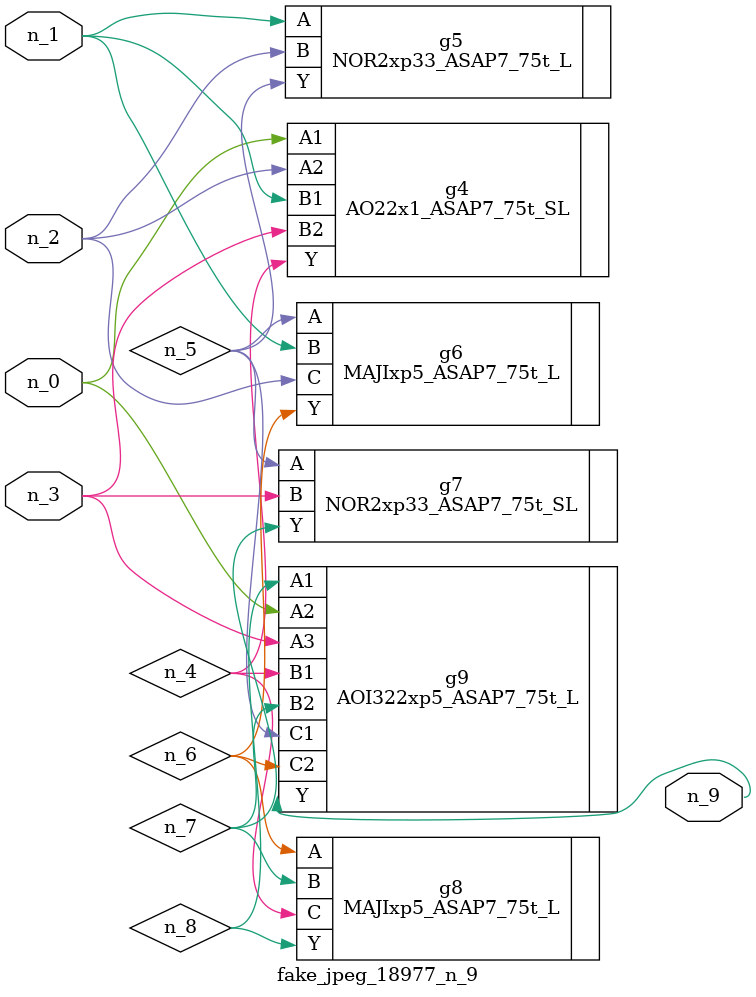
<source format=v>
module fake_jpeg_18977_n_9 (n_0, n_3, n_2, n_1, n_9);

input n_0;
input n_3;
input n_2;
input n_1;

output n_9;

wire n_4;
wire n_8;
wire n_6;
wire n_5;
wire n_7;

AO22x1_ASAP7_75t_SL g4 ( 
.A1(n_0),
.A2(n_2),
.B1(n_1),
.B2(n_3),
.Y(n_4)
);

NOR2xp33_ASAP7_75t_L g5 ( 
.A(n_1),
.B(n_2),
.Y(n_5)
);

MAJIxp5_ASAP7_75t_L g6 ( 
.A(n_5),
.B(n_1),
.C(n_2),
.Y(n_6)
);

MAJIxp5_ASAP7_75t_L g8 ( 
.A(n_6),
.B(n_7),
.C(n_4),
.Y(n_8)
);

NOR2xp33_ASAP7_75t_SL g7 ( 
.A(n_5),
.B(n_3),
.Y(n_7)
);

AOI322xp5_ASAP7_75t_L g9 ( 
.A1(n_8),
.A2(n_0),
.A3(n_3),
.B1(n_4),
.B2(n_7),
.C1(n_5),
.C2(n_6),
.Y(n_9)
);


endmodule
</source>
